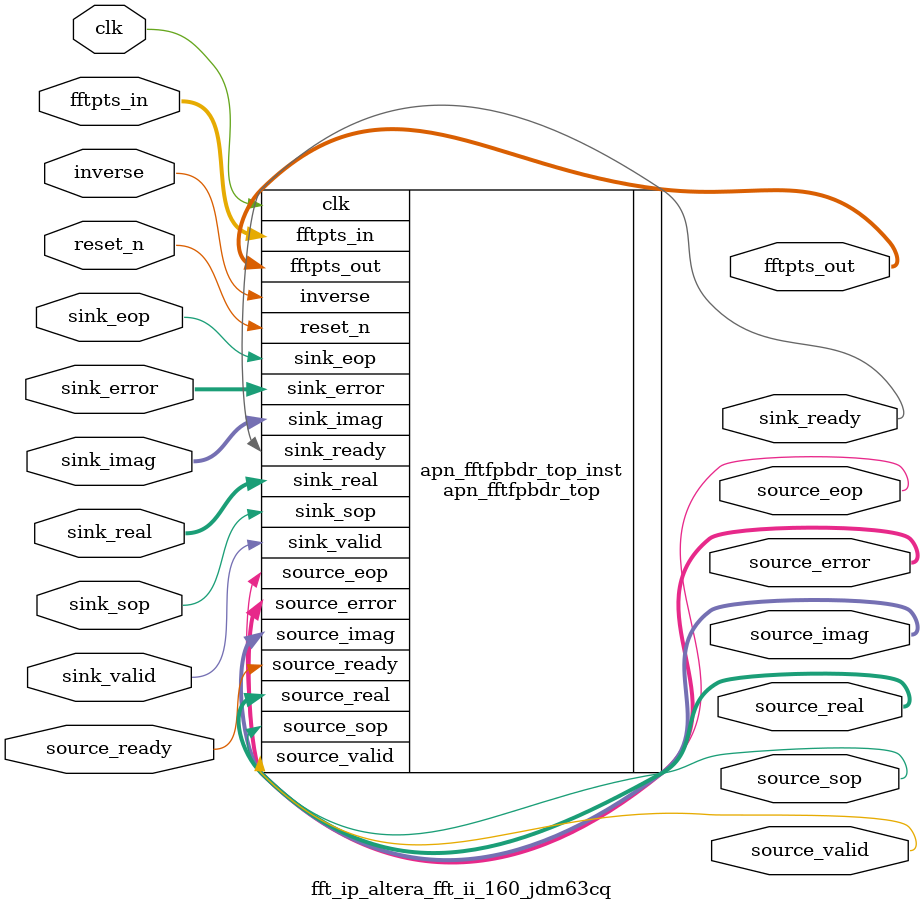
<source format=sv>



module fft_ip_altera_fft_ii_160_jdm63cq (
   input clk, 
   input reset_n,
	input [18 : 0] fftpts_in,
	input	[0 : 0] inverse,
	input	sink_valid,
	input	sink_sop,
	input	sink_eop,
	input	logic [31 : 0] sink_real,
	input	logic [31 : 0] sink_imag,
	input	logic [1 : 0] sink_error,
	input	source_ready,
   output [18 : 0] fftpts_out,
	output sink_ready,
	output [1 : 0] source_error,
	output source_sop,
	output source_eop,
	output source_valid,
	output [31 : 0] source_real,
	output [31 : 0] source_imag
	);

	apn_fftfpbdr_top #(
		.DEVICE_FAMILY_g("Arria 10"),
		.MAX_FFTPTS_g(262144),
		.NUM_STAGES_g(9),
		.DATAWIDTH_g(32),
		.TWIDWIDTH_g(32),
		.MAX_GROW_g (0),
		.TWIDROM_BASE_g("fft_ip_altera_fft_ii_160_jdm63cq_"),
		.DSP_ROUNDING_g(0),
		.INPUT_FORMAT_g("NATURAL_ORDER"),
		.OUTPUT_FORMAT_g("DIGIT_REVERSED"),
		.REPRESENTATION_g("FLOATPT"),
		.DSP_ARCH_g(3),
        .PRUNE_g("2,2,2,2,2,2,3,2,0") 
	)
	apn_fftfpbdr_top_inst (
		.clk(clk),
		.reset_n(reset_n),
		.fftpts_in(fftpts_in),
		.fftpts_out(fftpts_out),
		.inverse(inverse[0]),
		.sink_valid(sink_valid),
		.sink_sop(sink_sop),
		.sink_eop(sink_eop),
		.sink_real(sink_real),
		.sink_imag(sink_imag),
		.sink_ready(sink_ready),
		.sink_error(sink_error),
		.source_error(source_error),
		.source_ready(source_ready),
		.source_sop(source_sop),
		.source_eop(source_eop),
		.source_valid(source_valid),
		.source_real(source_real),
		.source_imag(source_imag)
	);
endmodule


</source>
